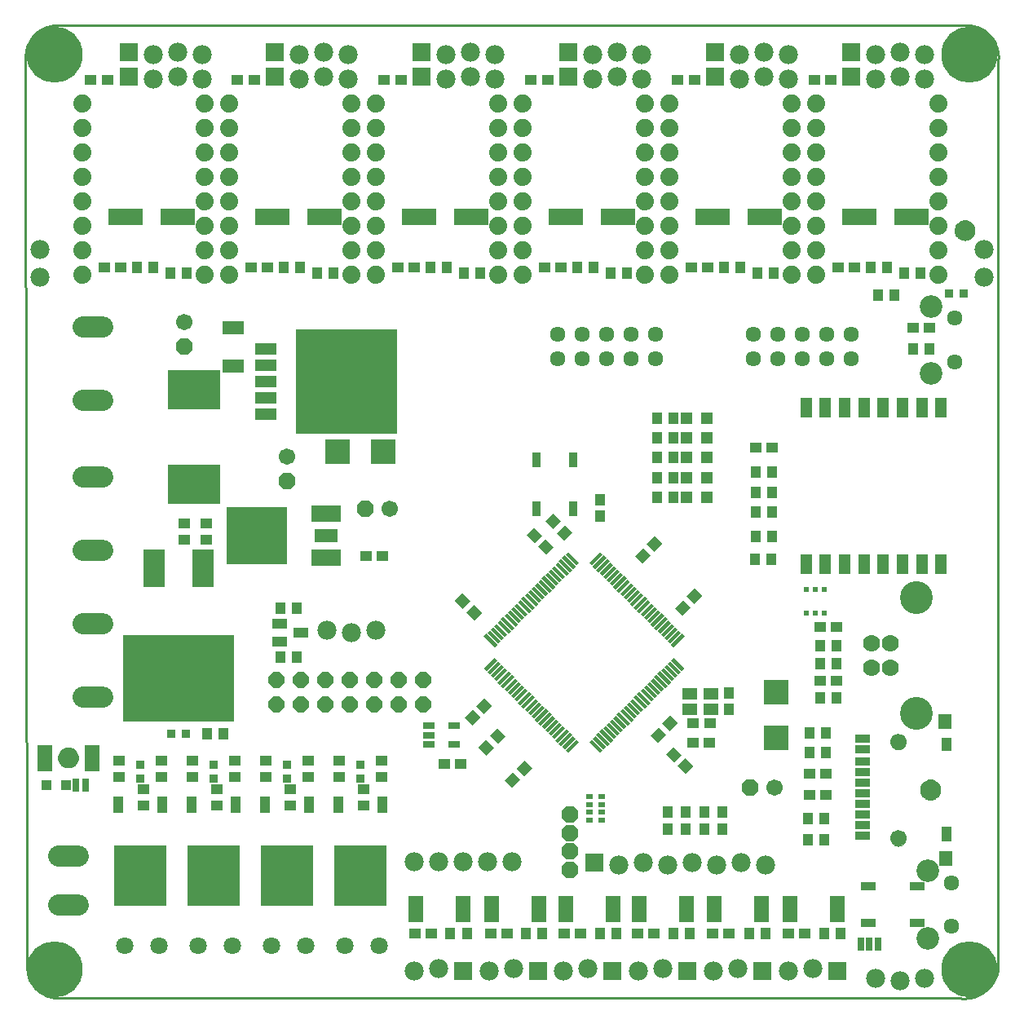
<source format=gts>
G75*
G70*
%OFA0B0*%
%FSLAX24Y24*%
%IPPOS*%
%LPD*%
%AMOC8*
5,1,8,0,0,1.08239X$1,22.5*
%
%ADD10C,0.0100*%
%ADD11R,0.0146X0.0631*%
%ADD12R,0.0631X0.0146*%
%ADD13R,0.0591X0.0512*%
%ADD14R,0.0473X0.0434*%
%ADD15R,0.0434X0.0473*%
%ADD16R,0.0640X0.0340*%
%ADD17R,0.0512X0.0512*%
%ADD18R,0.0340X0.0640*%
%ADD19C,0.0700*%
%ADD20C,0.1340*%
%ADD21R,0.0237X0.0237*%
%ADD22R,0.2481X0.2323*%
%ADD23R,0.1221X0.0670*%
%ADD24OC8,0.0670*%
%ADD25C,0.0670*%
%ADD26C,0.0634*%
%ADD27R,0.0611X0.1064*%
%ADD28R,0.1040X0.1040*%
%ADD29R,0.4138X0.4292*%
%ADD30R,0.0890X0.0460*%
%ADD31R,0.2166X0.1615*%
%ADD32R,0.0867X0.0540*%
%ADD33R,0.0512X0.0827*%
%ADD34C,0.0926*%
%ADD35C,0.0780*%
%ADD36R,0.0355X0.0355*%
%ADD37R,0.0571X0.0631*%
%ADD38R,0.0434X0.0591*%
%ADD39R,0.0434X0.0552*%
%ADD40R,0.0631X0.0335*%
%ADD41C,0.0000*%
%ADD42C,0.0670*%
%ADD43R,0.0780X0.0780*%
%ADD44C,0.0740*%
%ADD45R,0.1418X0.0670*%
%ADD46R,0.0860X0.1540*%
%ADD47R,0.4540X0.3540*%
%ADD48C,0.0865*%
%ADD49C,0.0050*%
%ADD50R,0.2166X0.2481*%
%ADD51R,0.0434X0.0670*%
%ADD52C,0.0709*%
%ADD53R,0.0920X0.0520*%
%ADD54R,0.0906X0.1457*%
%ADD55R,0.0296X0.0237*%
%ADD56R,0.0591X0.0434*%
%ADD57OC8,0.0640*%
%ADD58R,0.0512X0.0257*%
%ADD59R,0.0434X0.0434*%
%ADD60R,0.0290X0.0540*%
%ADD61C,0.2290*%
D10*
X002393Y001821D02*
X002330Y038999D01*
X002331Y038998D02*
X002328Y039067D01*
X002329Y039135D01*
X002334Y039203D01*
X002343Y039271D01*
X002355Y039339D01*
X002371Y039405D01*
X002390Y039471D01*
X002413Y039535D01*
X002440Y039599D01*
X002470Y039660D01*
X002503Y039720D01*
X002539Y039778D01*
X002578Y039834D01*
X002621Y039888D01*
X002666Y039939D01*
X002714Y039988D01*
X002764Y040034D01*
X002817Y040078D01*
X002873Y040118D01*
X002930Y040156D01*
X002989Y040190D01*
X003050Y040221D01*
X003113Y040249D01*
X003177Y040273D01*
X003242Y040294D01*
X003308Y040311D01*
X003375Y040324D01*
X003443Y040334D01*
X003511Y040340D01*
X003511Y040341D02*
X040913Y040341D01*
X040983Y040333D01*
X041052Y040321D01*
X041121Y040306D01*
X041188Y040287D01*
X041255Y040264D01*
X041320Y040238D01*
X041384Y040208D01*
X041446Y040175D01*
X041506Y040138D01*
X041564Y040098D01*
X041619Y040056D01*
X041673Y040010D01*
X041724Y039961D01*
X041772Y039910D01*
X041817Y039856D01*
X041859Y039800D01*
X041898Y039741D01*
X041934Y039681D01*
X041967Y039619D01*
X041996Y039555D01*
X042022Y039489D01*
X042044Y039423D01*
X042062Y039355D01*
X042077Y039286D01*
X042088Y039217D01*
X042095Y039147D01*
X042099Y039077D01*
X042098Y039006D01*
X042094Y038936D01*
X042094Y001759D01*
X042095Y001759D02*
X042081Y001685D01*
X042063Y001613D01*
X042042Y001541D01*
X042016Y001471D01*
X041988Y001402D01*
X041955Y001334D01*
X041919Y001269D01*
X041880Y001205D01*
X041837Y001144D01*
X041792Y001085D01*
X041743Y001028D01*
X041691Y000974D01*
X041637Y000923D01*
X041580Y000874D01*
X041520Y000829D01*
X041459Y000787D01*
X041395Y000748D01*
X041329Y000712D01*
X041261Y000680D01*
X041192Y000652D01*
X041122Y000627D01*
X041050Y000606D01*
X040977Y000589D01*
X040904Y000576D01*
X040829Y000566D01*
X040755Y000561D01*
X040680Y000559D01*
X040605Y000561D01*
X040531Y000567D01*
X040457Y000577D01*
X040456Y000578D02*
X003699Y000578D01*
X003698Y000577D02*
X003629Y000578D01*
X003560Y000581D01*
X003492Y000589D01*
X003424Y000600D01*
X003356Y000615D01*
X003290Y000634D01*
X003224Y000656D01*
X003160Y000682D01*
X003098Y000711D01*
X003037Y000744D01*
X002978Y000779D01*
X002921Y000818D01*
X002866Y000860D01*
X002813Y000905D01*
X002763Y000953D01*
X002716Y001003D01*
X002671Y001056D01*
X002630Y001111D01*
X002591Y001168D01*
X002555Y001227D01*
X002523Y001288D01*
X002494Y001351D01*
X002469Y001415D01*
X002447Y001481D01*
X002429Y001547D01*
X002414Y001615D01*
X002403Y001683D01*
X002396Y001752D01*
X002392Y001821D01*
D11*
G36*
X021611Y015023D02*
X021508Y014920D01*
X021063Y015365D01*
X021166Y015468D01*
X021611Y015023D01*
G37*
G36*
X021750Y015162D02*
X021647Y015059D01*
X021202Y015504D01*
X021305Y015607D01*
X021750Y015162D01*
G37*
G36*
X021889Y015301D02*
X021786Y015198D01*
X021341Y015643D01*
X021444Y015746D01*
X021889Y015301D01*
G37*
G36*
X022028Y015441D02*
X021925Y015338D01*
X021480Y015783D01*
X021583Y015886D01*
X022028Y015441D01*
G37*
G36*
X022168Y015580D02*
X022065Y015477D01*
X021620Y015922D01*
X021723Y016025D01*
X022168Y015580D01*
G37*
G36*
X022307Y015719D02*
X022204Y015616D01*
X021759Y016061D01*
X021862Y016164D01*
X022307Y015719D01*
G37*
G36*
X022446Y015858D02*
X022343Y015755D01*
X021898Y016200D01*
X022001Y016303D01*
X022446Y015858D01*
G37*
G36*
X022585Y015997D02*
X022482Y015894D01*
X022037Y016339D01*
X022140Y016442D01*
X022585Y015997D01*
G37*
G36*
X022724Y016137D02*
X022621Y016034D01*
X022176Y016479D01*
X022279Y016582D01*
X022724Y016137D01*
G37*
G36*
X022864Y016276D02*
X022761Y016173D01*
X022316Y016618D01*
X022419Y016721D01*
X022864Y016276D01*
G37*
G36*
X023003Y016415D02*
X022900Y016312D01*
X022455Y016757D01*
X022558Y016860D01*
X023003Y016415D01*
G37*
G36*
X023142Y016554D02*
X023039Y016451D01*
X022594Y016896D01*
X022697Y016999D01*
X023142Y016554D01*
G37*
G36*
X023281Y016693D02*
X023178Y016590D01*
X022733Y017035D01*
X022836Y017138D01*
X023281Y016693D01*
G37*
G36*
X023420Y016833D02*
X023317Y016730D01*
X022872Y017175D01*
X022975Y017278D01*
X023420Y016833D01*
G37*
G36*
X023560Y016972D02*
X023457Y016869D01*
X023012Y017314D01*
X023115Y017417D01*
X023560Y016972D01*
G37*
G36*
X023699Y017111D02*
X023596Y017008D01*
X023151Y017453D01*
X023254Y017556D01*
X023699Y017111D01*
G37*
G36*
X023838Y017250D02*
X023735Y017147D01*
X023290Y017592D01*
X023393Y017695D01*
X023838Y017250D01*
G37*
G36*
X023977Y017389D02*
X023874Y017286D01*
X023429Y017731D01*
X023532Y017834D01*
X023977Y017389D01*
G37*
G36*
X024116Y017529D02*
X024013Y017426D01*
X023568Y017871D01*
X023671Y017974D01*
X024116Y017529D01*
G37*
G36*
X024255Y017668D02*
X024152Y017565D01*
X023707Y018010D01*
X023810Y018113D01*
X024255Y017668D01*
G37*
G36*
X024395Y017807D02*
X024292Y017704D01*
X023847Y018149D01*
X023950Y018252D01*
X024395Y017807D01*
G37*
G36*
X024534Y017946D02*
X024431Y017843D01*
X023986Y018288D01*
X024089Y018391D01*
X024534Y017946D01*
G37*
G36*
X024673Y018085D02*
X024570Y017982D01*
X024125Y018427D01*
X024228Y018530D01*
X024673Y018085D01*
G37*
G36*
X024812Y018225D02*
X024709Y018122D01*
X024264Y018567D01*
X024367Y018670D01*
X024812Y018225D01*
G37*
G36*
X024951Y018364D02*
X024848Y018261D01*
X024403Y018706D01*
X024506Y018809D01*
X024951Y018364D01*
G37*
G36*
X029266Y014049D02*
X029163Y013946D01*
X028718Y014391D01*
X028821Y014494D01*
X029266Y014049D01*
G37*
G36*
X029127Y013910D02*
X029024Y013807D01*
X028579Y014252D01*
X028682Y014355D01*
X029127Y013910D01*
G37*
G36*
X028988Y013770D02*
X028885Y013667D01*
X028440Y014112D01*
X028543Y014215D01*
X028988Y013770D01*
G37*
G36*
X028849Y013631D02*
X028746Y013528D01*
X028301Y013973D01*
X028404Y014076D01*
X028849Y013631D01*
G37*
G36*
X028710Y013492D02*
X028607Y013389D01*
X028162Y013834D01*
X028265Y013937D01*
X028710Y013492D01*
G37*
G36*
X028571Y013353D02*
X028468Y013250D01*
X028023Y013695D01*
X028126Y013798D01*
X028571Y013353D01*
G37*
G36*
X028431Y013214D02*
X028328Y013111D01*
X027883Y013556D01*
X027986Y013659D01*
X028431Y013214D01*
G37*
G36*
X028292Y013074D02*
X028189Y012971D01*
X027744Y013416D01*
X027847Y013519D01*
X028292Y013074D01*
G37*
G36*
X028153Y012935D02*
X028050Y012832D01*
X027605Y013277D01*
X027708Y013380D01*
X028153Y012935D01*
G37*
G36*
X028014Y012796D02*
X027911Y012693D01*
X027466Y013138D01*
X027569Y013241D01*
X028014Y012796D01*
G37*
G36*
X027875Y012657D02*
X027772Y012554D01*
X027327Y012999D01*
X027430Y013102D01*
X027875Y012657D01*
G37*
G36*
X027735Y012518D02*
X027632Y012415D01*
X027187Y012860D01*
X027290Y012963D01*
X027735Y012518D01*
G37*
G36*
X027596Y012378D02*
X027493Y012275D01*
X027048Y012720D01*
X027151Y012823D01*
X027596Y012378D01*
G37*
G36*
X027457Y012239D02*
X027354Y012136D01*
X026909Y012581D01*
X027012Y012684D01*
X027457Y012239D01*
G37*
G36*
X027318Y012100D02*
X027215Y011997D01*
X026770Y012442D01*
X026873Y012545D01*
X027318Y012100D01*
G37*
G36*
X027179Y011961D02*
X027076Y011858D01*
X026631Y012303D01*
X026734Y012406D01*
X027179Y011961D01*
G37*
G36*
X027039Y011822D02*
X026936Y011719D01*
X026491Y012164D01*
X026594Y012267D01*
X027039Y011822D01*
G37*
G36*
X026900Y011682D02*
X026797Y011579D01*
X026352Y012024D01*
X026455Y012127D01*
X026900Y011682D01*
G37*
G36*
X026761Y011543D02*
X026658Y011440D01*
X026213Y011885D01*
X026316Y011988D01*
X026761Y011543D01*
G37*
G36*
X026622Y011404D02*
X026519Y011301D01*
X026074Y011746D01*
X026177Y011849D01*
X026622Y011404D01*
G37*
G36*
X026483Y011265D02*
X026380Y011162D01*
X025935Y011607D01*
X026038Y011710D01*
X026483Y011265D01*
G37*
G36*
X026343Y011126D02*
X026240Y011023D01*
X025795Y011468D01*
X025898Y011571D01*
X026343Y011126D01*
G37*
G36*
X026204Y010986D02*
X026101Y010883D01*
X025656Y011328D01*
X025759Y011431D01*
X026204Y010986D01*
G37*
G36*
X026065Y010847D02*
X025962Y010744D01*
X025517Y011189D01*
X025620Y011292D01*
X026065Y010847D01*
G37*
G36*
X025926Y010708D02*
X025823Y010605D01*
X025378Y011050D01*
X025481Y011153D01*
X025926Y010708D01*
G37*
D12*
G36*
X024951Y011050D02*
X024506Y010605D01*
X024403Y010708D01*
X024848Y011153D01*
X024951Y011050D01*
G37*
G36*
X024812Y011189D02*
X024367Y010744D01*
X024264Y010847D01*
X024709Y011292D01*
X024812Y011189D01*
G37*
G36*
X024673Y011328D02*
X024228Y010883D01*
X024125Y010986D01*
X024570Y011431D01*
X024673Y011328D01*
G37*
G36*
X024534Y011468D02*
X024089Y011023D01*
X023986Y011126D01*
X024431Y011571D01*
X024534Y011468D01*
G37*
G36*
X024395Y011607D02*
X023950Y011162D01*
X023847Y011265D01*
X024292Y011710D01*
X024395Y011607D01*
G37*
G36*
X024255Y011746D02*
X023810Y011301D01*
X023707Y011404D01*
X024152Y011849D01*
X024255Y011746D01*
G37*
G36*
X024116Y011885D02*
X023671Y011440D01*
X023568Y011543D01*
X024013Y011988D01*
X024116Y011885D01*
G37*
G36*
X023977Y012024D02*
X023532Y011579D01*
X023429Y011682D01*
X023874Y012127D01*
X023977Y012024D01*
G37*
G36*
X023838Y012164D02*
X023393Y011719D01*
X023290Y011822D01*
X023735Y012267D01*
X023838Y012164D01*
G37*
G36*
X023699Y012303D02*
X023254Y011858D01*
X023151Y011961D01*
X023596Y012406D01*
X023699Y012303D01*
G37*
G36*
X023560Y012442D02*
X023115Y011997D01*
X023012Y012100D01*
X023457Y012545D01*
X023560Y012442D01*
G37*
G36*
X023420Y012581D02*
X022975Y012136D01*
X022872Y012239D01*
X023317Y012684D01*
X023420Y012581D01*
G37*
G36*
X023281Y012720D02*
X022836Y012275D01*
X022733Y012378D01*
X023178Y012823D01*
X023281Y012720D01*
G37*
G36*
X023142Y012860D02*
X022697Y012415D01*
X022594Y012518D01*
X023039Y012963D01*
X023142Y012860D01*
G37*
G36*
X023003Y012999D02*
X022558Y012554D01*
X022455Y012657D01*
X022900Y013102D01*
X023003Y012999D01*
G37*
G36*
X022864Y013138D02*
X022419Y012693D01*
X022316Y012796D01*
X022761Y013241D01*
X022864Y013138D01*
G37*
G36*
X022724Y013277D02*
X022279Y012832D01*
X022176Y012935D01*
X022621Y013380D01*
X022724Y013277D01*
G37*
G36*
X022585Y013416D02*
X022140Y012971D01*
X022037Y013074D01*
X022482Y013519D01*
X022585Y013416D01*
G37*
G36*
X022446Y013556D02*
X022001Y013111D01*
X021898Y013214D01*
X022343Y013659D01*
X022446Y013556D01*
G37*
G36*
X022307Y013695D02*
X021862Y013250D01*
X021759Y013353D01*
X022204Y013798D01*
X022307Y013695D01*
G37*
G36*
X022168Y013834D02*
X021723Y013389D01*
X021620Y013492D01*
X022065Y013937D01*
X022168Y013834D01*
G37*
G36*
X022028Y013973D02*
X021583Y013528D01*
X021480Y013631D01*
X021925Y014076D01*
X022028Y013973D01*
G37*
G36*
X021889Y014112D02*
X021444Y013667D01*
X021341Y013770D01*
X021786Y014215D01*
X021889Y014112D01*
G37*
G36*
X021750Y014252D02*
X021305Y013807D01*
X021202Y013910D01*
X021647Y014355D01*
X021750Y014252D01*
G37*
G36*
X021611Y014391D02*
X021166Y013946D01*
X021063Y014049D01*
X021508Y014494D01*
X021611Y014391D01*
G37*
G36*
X025926Y018706D02*
X025481Y018261D01*
X025378Y018364D01*
X025823Y018809D01*
X025926Y018706D01*
G37*
G36*
X026065Y018567D02*
X025620Y018122D01*
X025517Y018225D01*
X025962Y018670D01*
X026065Y018567D01*
G37*
G36*
X026204Y018427D02*
X025759Y017982D01*
X025656Y018085D01*
X026101Y018530D01*
X026204Y018427D01*
G37*
G36*
X026343Y018288D02*
X025898Y017843D01*
X025795Y017946D01*
X026240Y018391D01*
X026343Y018288D01*
G37*
G36*
X026483Y018149D02*
X026038Y017704D01*
X025935Y017807D01*
X026380Y018252D01*
X026483Y018149D01*
G37*
G36*
X026622Y018010D02*
X026177Y017565D01*
X026074Y017668D01*
X026519Y018113D01*
X026622Y018010D01*
G37*
G36*
X026761Y017871D02*
X026316Y017426D01*
X026213Y017529D01*
X026658Y017974D01*
X026761Y017871D01*
G37*
G36*
X026900Y017731D02*
X026455Y017286D01*
X026352Y017389D01*
X026797Y017834D01*
X026900Y017731D01*
G37*
G36*
X027039Y017592D02*
X026594Y017147D01*
X026491Y017250D01*
X026936Y017695D01*
X027039Y017592D01*
G37*
G36*
X027179Y017453D02*
X026734Y017008D01*
X026631Y017111D01*
X027076Y017556D01*
X027179Y017453D01*
G37*
G36*
X027318Y017314D02*
X026873Y016869D01*
X026770Y016972D01*
X027215Y017417D01*
X027318Y017314D01*
G37*
G36*
X027457Y017175D02*
X027012Y016730D01*
X026909Y016833D01*
X027354Y017278D01*
X027457Y017175D01*
G37*
G36*
X027596Y017035D02*
X027151Y016590D01*
X027048Y016693D01*
X027493Y017138D01*
X027596Y017035D01*
G37*
G36*
X027735Y016896D02*
X027290Y016451D01*
X027187Y016554D01*
X027632Y016999D01*
X027735Y016896D01*
G37*
G36*
X027875Y016757D02*
X027430Y016312D01*
X027327Y016415D01*
X027772Y016860D01*
X027875Y016757D01*
G37*
G36*
X028014Y016618D02*
X027569Y016173D01*
X027466Y016276D01*
X027911Y016721D01*
X028014Y016618D01*
G37*
G36*
X028153Y016479D02*
X027708Y016034D01*
X027605Y016137D01*
X028050Y016582D01*
X028153Y016479D01*
G37*
G36*
X028292Y016339D02*
X027847Y015894D01*
X027744Y015997D01*
X028189Y016442D01*
X028292Y016339D01*
G37*
G36*
X028431Y016200D02*
X027986Y015755D01*
X027883Y015858D01*
X028328Y016303D01*
X028431Y016200D01*
G37*
G36*
X028571Y016061D02*
X028126Y015616D01*
X028023Y015719D01*
X028468Y016164D01*
X028571Y016061D01*
G37*
G36*
X028710Y015922D02*
X028265Y015477D01*
X028162Y015580D01*
X028607Y016025D01*
X028710Y015922D01*
G37*
G36*
X028849Y015783D02*
X028404Y015338D01*
X028301Y015441D01*
X028746Y015886D01*
X028849Y015783D01*
G37*
G36*
X028988Y015643D02*
X028543Y015198D01*
X028440Y015301D01*
X028885Y015746D01*
X028988Y015643D01*
G37*
G36*
X029127Y015504D02*
X028682Y015059D01*
X028579Y015162D01*
X029024Y015607D01*
X029127Y015504D01*
G37*
G36*
X029266Y015365D02*
X028821Y014920D01*
X028718Y015023D01*
X029163Y015468D01*
X029266Y015365D01*
G37*
D13*
X029482Y013022D03*
X029482Y012392D03*
X030348Y012392D03*
X030348Y013022D03*
D14*
X030299Y011807D03*
X030296Y011011D03*
X029626Y011011D03*
X029630Y011807D03*
G36*
X028980Y011823D02*
X028647Y011490D01*
X028340Y011797D01*
X028673Y012130D01*
X028980Y011823D01*
G37*
G36*
X028506Y011349D02*
X028173Y011016D01*
X027866Y011323D01*
X028199Y011656D01*
X028506Y011349D01*
G37*
G36*
X028854Y010219D02*
X028521Y010552D01*
X028828Y010859D01*
X029161Y010526D01*
X028854Y010219D01*
G37*
G36*
X029327Y009746D02*
X028994Y010079D01*
X029301Y010386D01*
X029634Y010053D01*
X029327Y009746D01*
G37*
X034392Y009759D03*
X035062Y009759D03*
X035049Y008871D03*
X034379Y008871D03*
X034807Y013536D03*
X035476Y013536D03*
X035496Y015735D03*
X034826Y015735D03*
G36*
X029978Y017022D02*
X029645Y016689D01*
X029338Y016996D01*
X029671Y017329D01*
X029978Y017022D01*
G37*
G36*
X029505Y016549D02*
X029172Y016216D01*
X028865Y016523D01*
X029198Y016856D01*
X029505Y016549D01*
G37*
G36*
X027233Y018657D02*
X027566Y018990D01*
X027873Y018683D01*
X027540Y018350D01*
X027233Y018657D01*
G37*
G36*
X027706Y019131D02*
X028039Y019464D01*
X028346Y019157D01*
X028013Y018824D01*
X027706Y019131D01*
G37*
G36*
X023606Y018706D02*
X023273Y019039D01*
X023580Y019346D01*
X023913Y019013D01*
X023606Y018706D01*
G37*
G36*
X023133Y019179D02*
X022800Y019512D01*
X023107Y019819D01*
X023440Y019486D01*
X023133Y019179D01*
G37*
G36*
X020669Y016656D02*
X021002Y016323D01*
X020695Y016016D01*
X020362Y016349D01*
X020669Y016656D01*
G37*
G36*
X020196Y017129D02*
X020529Y016796D01*
X020222Y016489D01*
X019889Y016822D01*
X020196Y017129D01*
G37*
X016920Y018658D03*
X016251Y018658D03*
X009705Y019305D03*
X009705Y019975D03*
X008830Y019975D03*
X008830Y019305D03*
X009143Y010287D03*
X009143Y009618D03*
X010143Y009100D03*
X010143Y008430D03*
X010893Y009618D03*
X010893Y010287D03*
X012143Y010287D03*
X012143Y009618D03*
X013143Y009100D03*
X013143Y008430D03*
X013893Y009618D03*
X013893Y010287D03*
X015143Y010287D03*
X015143Y009618D03*
X016143Y009100D03*
X016143Y008430D03*
X016893Y009618D03*
X016893Y010287D03*
X019433Y010140D03*
X020102Y010140D03*
G36*
X020269Y012029D02*
X020602Y012362D01*
X020909Y012055D01*
X020576Y011722D01*
X020269Y012029D01*
G37*
G36*
X020742Y012502D02*
X021075Y012835D01*
X021382Y012528D01*
X021049Y012195D01*
X020742Y012502D01*
G37*
G36*
X022393Y009960D02*
X022726Y010293D01*
X023033Y009986D01*
X022700Y009653D01*
X022393Y009960D01*
G37*
G36*
X021920Y009487D02*
X022253Y009820D01*
X022560Y009513D01*
X022227Y009180D01*
X021920Y009487D01*
G37*
X022006Y003199D03*
X021336Y003199D03*
X018913Y003199D03*
X018244Y003199D03*
X024335Y003199D03*
X025004Y003199D03*
X027342Y003199D03*
X028011Y003199D03*
X030413Y003199D03*
X031082Y003199D03*
X033510Y003199D03*
X034179Y003199D03*
X032858Y023094D03*
X032188Y023094D03*
X038620Y027969D03*
X039290Y027969D03*
X036227Y030453D03*
X035558Y030453D03*
X030227Y030453D03*
X029558Y030453D03*
X024227Y030453D03*
X023558Y030453D03*
X018227Y030453D03*
X017558Y030453D03*
X012227Y030453D03*
X011558Y030453D03*
X006227Y030453D03*
X005558Y030453D03*
X005665Y038109D03*
X004995Y038109D03*
X010995Y038109D03*
X011665Y038109D03*
X016995Y038109D03*
X017665Y038109D03*
X022995Y038109D03*
X023665Y038109D03*
X028995Y038109D03*
X029665Y038109D03*
X034589Y038109D03*
X035258Y038109D03*
X007893Y010287D03*
X007893Y009618D03*
X007143Y009100D03*
X007143Y008430D03*
X006143Y009618D03*
X006143Y010287D03*
D15*
X009745Y011390D03*
X010415Y011390D03*
X012745Y014515D03*
X013415Y014515D03*
X013415Y016515D03*
X012745Y016515D03*
G36*
X021476Y010797D02*
X021169Y010490D01*
X020836Y010823D01*
X021143Y011130D01*
X021476Y010797D01*
G37*
G36*
X021949Y011270D02*
X021642Y010963D01*
X021309Y011296D01*
X021616Y011603D01*
X021949Y011270D01*
G37*
X028580Y008162D03*
X028580Y007493D03*
X029330Y007493D03*
X030080Y007493D03*
X030080Y008162D03*
X029330Y008162D03*
X030830Y008162D03*
X030830Y007493D03*
X034324Y007915D03*
X034993Y007915D03*
X034992Y007032D03*
X034323Y007032D03*
X034386Y010602D03*
X035055Y010602D03*
X035055Y011420D03*
X034386Y011420D03*
X034807Y012832D03*
X035476Y012832D03*
X035476Y014239D03*
X034807Y014239D03*
X034807Y014983D03*
X035476Y014983D03*
X032818Y018512D03*
X032149Y018512D03*
X032169Y019437D03*
X032838Y019437D03*
X032838Y020441D03*
X032169Y020441D03*
X032173Y021259D03*
X032843Y021259D03*
X032858Y022072D03*
X032188Y022072D03*
X028821Y021852D03*
X028152Y021852D03*
X028152Y022664D03*
X028821Y022664D03*
X028821Y023471D03*
X028152Y023471D03*
X028151Y024276D03*
X028820Y024276D03*
X028821Y021033D03*
X028152Y021033D03*
X025803Y020944D03*
X025803Y020275D03*
G36*
X024378Y019922D02*
X024685Y019615D01*
X024352Y019282D01*
X024045Y019589D01*
X024378Y019922D01*
G37*
G36*
X023905Y020395D02*
X024212Y020088D01*
X023879Y019755D01*
X023572Y020062D01*
X023905Y020395D01*
G37*
X031065Y013042D03*
X031065Y012372D03*
X031899Y003199D03*
X032569Y003199D03*
X034987Y003199D03*
X035656Y003199D03*
X029490Y003199D03*
X028821Y003199D03*
X026490Y003199D03*
X025821Y003199D03*
X023459Y003199D03*
X022790Y003199D03*
X020365Y003199D03*
X019696Y003199D03*
X038625Y027097D03*
X039295Y027097D03*
X037852Y029296D03*
X037183Y029296D03*
X036870Y030453D03*
X037540Y030453D03*
X038245Y030203D03*
X038915Y030203D03*
X032915Y030203D03*
X032245Y030203D03*
X031540Y030453D03*
X030870Y030453D03*
X026915Y030203D03*
X026245Y030203D03*
X025540Y030453D03*
X024870Y030453D03*
X020915Y030203D03*
X020245Y030203D03*
X019540Y030453D03*
X018870Y030453D03*
X014915Y030203D03*
X014245Y030203D03*
X013540Y030453D03*
X012870Y030453D03*
X008915Y030203D03*
X008245Y030203D03*
X007540Y030453D03*
X006870Y030453D03*
D16*
X036779Y005151D03*
X036779Y003651D03*
X038779Y003651D03*
X038779Y005151D03*
D17*
X030175Y021033D03*
X029348Y021033D03*
X029348Y021852D03*
X030175Y021852D03*
X030175Y022664D03*
X029348Y022664D03*
X029348Y023471D03*
X030175Y023471D03*
X030178Y024276D03*
X029352Y024276D03*
D18*
X024698Y022562D03*
X023198Y022562D03*
X023198Y020562D03*
X024698Y020562D03*
D19*
X036913Y015063D03*
X037693Y015063D03*
X037693Y014079D03*
X036913Y014079D03*
D20*
X038763Y012201D03*
X038763Y016941D03*
D21*
X034995Y017264D03*
X034621Y017264D03*
X034247Y017264D03*
X034247Y016319D03*
X034621Y016319D03*
X034995Y016319D03*
D22*
X011795Y019473D03*
D23*
X014622Y018576D03*
X014622Y020371D03*
D24*
X013026Y021727D03*
X016205Y020595D03*
X008798Y027223D03*
X024580Y008078D03*
X024580Y007328D03*
X024580Y006578D03*
X024580Y005828D03*
X031950Y009165D03*
D25*
X032950Y009165D03*
X017205Y020595D03*
X013026Y022727D03*
X008798Y028223D03*
D26*
X024080Y027703D03*
X025080Y027703D03*
X026080Y027703D03*
X026080Y026703D03*
X025080Y026703D03*
X024080Y026703D03*
X027080Y026703D03*
X027080Y027703D03*
X028080Y027703D03*
X028080Y026703D03*
X032080Y026703D03*
X032080Y027703D03*
X033080Y027703D03*
X034080Y027703D03*
X034080Y026703D03*
X033080Y026703D03*
X035080Y026703D03*
X035080Y027703D03*
X036080Y027703D03*
X036080Y026703D03*
X040322Y026593D03*
X040322Y028364D03*
X040197Y005286D03*
X040197Y003514D03*
D27*
X035499Y004197D03*
X033574Y004197D03*
X032411Y004197D03*
X030486Y004197D03*
X029339Y004197D03*
X027414Y004197D03*
X026332Y004197D03*
X024407Y004197D03*
X023302Y004197D03*
X021377Y004197D03*
X020210Y004197D03*
X018285Y004197D03*
X005043Y010390D03*
X003117Y010390D03*
D28*
X015084Y022910D03*
X016934Y022910D03*
X032999Y013073D03*
X032999Y011223D03*
D29*
X015444Y025782D03*
D30*
X012164Y025782D03*
X012164Y026452D03*
X012164Y027122D03*
X012164Y025112D03*
X012164Y024442D03*
D31*
X009202Y025444D03*
X009202Y021585D03*
D32*
X010830Y026423D03*
X010830Y027982D03*
D33*
X034241Y024697D03*
X035029Y024697D03*
X035816Y024697D03*
X036604Y024697D03*
X037391Y024697D03*
X038178Y024697D03*
X038966Y024697D03*
X039753Y024697D03*
X039753Y018319D03*
X038966Y018319D03*
X038178Y018319D03*
X037391Y018319D03*
X036604Y018319D03*
X035816Y018319D03*
X035029Y018319D03*
X034241Y018319D03*
D34*
X039338Y026101D03*
X039338Y028857D03*
X039213Y005778D03*
X039213Y003022D03*
D35*
X039080Y001378D03*
X038080Y001278D03*
X037080Y001378D03*
X034517Y001784D03*
X033517Y001684D03*
X031454Y001784D03*
X030454Y001684D03*
X028393Y001784D03*
X027393Y001684D03*
X025329Y001784D03*
X024329Y001684D03*
X022267Y001784D03*
X021267Y001684D03*
X019204Y001784D03*
X018204Y001684D03*
X018208Y006150D03*
X019208Y006150D03*
X020208Y006150D03*
X021208Y006150D03*
X022208Y006150D03*
X026580Y006028D03*
X027580Y006128D03*
X028580Y006028D03*
X029580Y006128D03*
X030580Y006028D03*
X031580Y006128D03*
X032580Y006028D03*
X016643Y015628D03*
X015643Y015528D03*
X014643Y015628D03*
X002924Y030039D03*
X002924Y031179D03*
X007536Y038153D03*
X007536Y039153D03*
X008536Y039253D03*
X009536Y039153D03*
X009536Y038153D03*
X008536Y038253D03*
X013518Y038153D03*
X014518Y038253D03*
X015518Y038153D03*
X015518Y039153D03*
X014518Y039253D03*
X013518Y039153D03*
X019518Y039153D03*
X019518Y038153D03*
X020518Y038253D03*
X021518Y038153D03*
X021518Y039153D03*
X020518Y039253D03*
X025518Y039153D03*
X026518Y039253D03*
X027518Y039153D03*
X027518Y038153D03*
X026518Y038253D03*
X025518Y038153D03*
X031518Y038153D03*
X032518Y038253D03*
X033518Y038153D03*
X033518Y039153D03*
X032518Y039253D03*
X031518Y039153D03*
X037080Y039153D03*
X038080Y039253D03*
X038080Y038253D03*
X037080Y038153D03*
X039080Y038153D03*
X039080Y039153D03*
X041518Y031179D03*
X041518Y030039D03*
D36*
X040688Y029390D03*
X040097Y029390D03*
X016018Y010123D03*
X016018Y009532D03*
X013018Y009532D03*
X013018Y010123D03*
X010018Y010123D03*
X010018Y009532D03*
X008875Y011390D03*
X008285Y011390D03*
X007018Y010123D03*
X007018Y009532D03*
D37*
X039928Y011862D03*
X039948Y006292D03*
D38*
X039987Y007286D03*
D39*
X039987Y010957D03*
D40*
X036533Y011173D03*
X036533Y010740D03*
X036533Y010229D03*
X036533Y009796D03*
X036533Y009362D03*
X036533Y008929D03*
X036533Y008496D03*
X036533Y008063D03*
X036533Y007630D03*
X036533Y007197D03*
D41*
X037684Y007109D02*
X037686Y007144D01*
X037692Y007179D01*
X037702Y007213D01*
X037715Y007246D01*
X037732Y007277D01*
X037753Y007305D01*
X037776Y007332D01*
X037803Y007355D01*
X037831Y007376D01*
X037862Y007393D01*
X037895Y007406D01*
X037929Y007416D01*
X037964Y007422D01*
X037999Y007424D01*
X038034Y007422D01*
X038069Y007416D01*
X038103Y007406D01*
X038136Y007393D01*
X038167Y007376D01*
X038195Y007355D01*
X038222Y007332D01*
X038245Y007305D01*
X038266Y007277D01*
X038283Y007246D01*
X038296Y007213D01*
X038306Y007179D01*
X038312Y007144D01*
X038314Y007109D01*
X038312Y007074D01*
X038306Y007039D01*
X038296Y007005D01*
X038283Y006972D01*
X038266Y006941D01*
X038245Y006913D01*
X038222Y006886D01*
X038195Y006863D01*
X038167Y006842D01*
X038136Y006825D01*
X038103Y006812D01*
X038069Y006802D01*
X038034Y006796D01*
X037999Y006794D01*
X037964Y006796D01*
X037929Y006802D01*
X037895Y006812D01*
X037862Y006825D01*
X037831Y006842D01*
X037803Y006863D01*
X037776Y006886D01*
X037753Y006913D01*
X037732Y006941D01*
X037715Y006972D01*
X037702Y007005D01*
X037692Y007039D01*
X037686Y007074D01*
X037684Y007109D01*
X037684Y011046D02*
X037686Y011081D01*
X037692Y011116D01*
X037702Y011150D01*
X037715Y011183D01*
X037732Y011214D01*
X037753Y011242D01*
X037776Y011269D01*
X037803Y011292D01*
X037831Y011313D01*
X037862Y011330D01*
X037895Y011343D01*
X037929Y011353D01*
X037964Y011359D01*
X037999Y011361D01*
X038034Y011359D01*
X038069Y011353D01*
X038103Y011343D01*
X038136Y011330D01*
X038167Y011313D01*
X038195Y011292D01*
X038222Y011269D01*
X038245Y011242D01*
X038266Y011214D01*
X038283Y011183D01*
X038296Y011150D01*
X038306Y011116D01*
X038312Y011081D01*
X038314Y011046D01*
X038312Y011011D01*
X038306Y010976D01*
X038296Y010942D01*
X038283Y010909D01*
X038266Y010878D01*
X038245Y010850D01*
X038222Y010823D01*
X038195Y010800D01*
X038167Y010779D01*
X038136Y010762D01*
X038103Y010749D01*
X038069Y010739D01*
X038034Y010733D01*
X037999Y010731D01*
X037964Y010733D01*
X037929Y010739D01*
X037895Y010749D01*
X037862Y010762D01*
X037831Y010779D01*
X037803Y010800D01*
X037776Y010823D01*
X037753Y010850D01*
X037732Y010878D01*
X037715Y010909D01*
X037702Y010942D01*
X037692Y010976D01*
X037686Y011011D01*
X037684Y011046D01*
D42*
X037999Y011046D03*
X037999Y007109D03*
D43*
X035517Y001684D03*
X032454Y001684D03*
X029393Y001684D03*
X026329Y001684D03*
X023267Y001684D03*
X020204Y001684D03*
X025580Y006128D03*
X024518Y038253D03*
X024518Y039253D03*
X030518Y039253D03*
X030518Y038253D03*
X036080Y038253D03*
X036080Y039253D03*
X018518Y039253D03*
X018518Y038253D03*
X012518Y038253D03*
X012518Y039253D03*
X006536Y039253D03*
X006536Y038253D03*
D44*
X004661Y037159D03*
X004661Y036159D03*
X004661Y035159D03*
X004661Y034159D03*
X004661Y033159D03*
X004661Y032159D03*
X004661Y031159D03*
X004661Y030159D03*
X009661Y030159D03*
X009661Y031159D03*
X009661Y032159D03*
X010658Y032159D03*
X010658Y031159D03*
X010658Y030159D03*
X010658Y033159D03*
X010658Y034159D03*
X009661Y034159D03*
X009661Y033159D03*
X009661Y035159D03*
X009661Y036159D03*
X010658Y036159D03*
X010658Y035159D03*
X010658Y037159D03*
X009661Y037159D03*
X015658Y037159D03*
X016658Y037159D03*
X016658Y036159D03*
X015658Y036159D03*
X015658Y035159D03*
X016658Y035159D03*
X016658Y034159D03*
X015658Y034159D03*
X015658Y033159D03*
X016658Y033159D03*
X016658Y032159D03*
X015658Y032159D03*
X015658Y031159D03*
X016658Y031159D03*
X016658Y030159D03*
X015658Y030159D03*
X021658Y030159D03*
X021658Y031159D03*
X021658Y032159D03*
X021658Y033159D03*
X021658Y034159D03*
X021658Y035159D03*
X021658Y036159D03*
X021658Y037159D03*
X022658Y037159D03*
X022658Y036159D03*
X022658Y035159D03*
X022658Y034159D03*
X022658Y033159D03*
X022658Y032159D03*
X022658Y031159D03*
X022658Y030159D03*
X027658Y030159D03*
X027658Y031159D03*
X027658Y032159D03*
X028658Y032159D03*
X028658Y031159D03*
X028658Y030159D03*
X028658Y033159D03*
X028658Y034159D03*
X027658Y034159D03*
X027658Y033159D03*
X027658Y035159D03*
X027658Y036159D03*
X028658Y036159D03*
X028658Y035159D03*
X028658Y037159D03*
X027658Y037159D03*
X033658Y037159D03*
X034658Y037159D03*
X034658Y036159D03*
X034658Y035159D03*
X033658Y035159D03*
X033658Y036159D03*
X033658Y034159D03*
X033658Y033159D03*
X034658Y033159D03*
X034658Y034159D03*
X034658Y032159D03*
X034658Y031159D03*
X034658Y030159D03*
X033658Y030159D03*
X033658Y031159D03*
X033658Y032159D03*
X039658Y032159D03*
X039658Y031159D03*
X039658Y030159D03*
X039658Y033159D03*
X039658Y034159D03*
X039658Y035159D03*
X039658Y036159D03*
X039658Y037159D03*
D45*
X038549Y032515D03*
X036423Y032515D03*
X032549Y032515D03*
X030423Y032515D03*
X026549Y032515D03*
X024423Y032515D03*
X020549Y032515D03*
X018423Y032515D03*
X014549Y032515D03*
X012423Y032515D03*
X008549Y032515D03*
X006423Y032515D03*
D46*
X007580Y018140D03*
X009580Y018140D03*
D47*
X008580Y013640D03*
D48*
X005493Y012890D02*
X004668Y012890D01*
X004668Y015890D02*
X005493Y015890D01*
X005493Y018890D02*
X004668Y018890D01*
X004668Y021890D02*
X005493Y021890D01*
X005493Y025015D02*
X004668Y025015D01*
X004668Y028015D02*
X005493Y028015D01*
X004493Y006390D02*
X003668Y006390D01*
X003668Y004390D02*
X004493Y004390D01*
D49*
X004080Y009996D02*
X004148Y010002D01*
X004215Y010020D01*
X004277Y010049D01*
X004333Y010088D01*
X004382Y010137D01*
X004421Y010193D01*
X004450Y010255D01*
X004468Y010322D01*
X004474Y010390D01*
X004468Y010458D01*
X004450Y010525D01*
X004421Y010587D01*
X004382Y010643D01*
X004333Y010692D01*
X004277Y010731D01*
X004215Y010760D01*
X004148Y010778D01*
X004080Y010784D01*
X004012Y010778D01*
X003945Y010760D01*
X003883Y010731D01*
X003827Y010692D01*
X003778Y010643D01*
X003739Y010587D01*
X003710Y010525D01*
X003692Y010458D01*
X003686Y010390D01*
X003692Y010322D01*
X003710Y010255D01*
X003739Y010193D01*
X003778Y010137D01*
X003827Y010088D01*
X003883Y010049D01*
X003945Y010020D01*
X004012Y010002D01*
X004080Y009996D01*
X003913Y010035D02*
X004247Y010035D01*
X004326Y010084D02*
X003834Y010084D01*
X003783Y010132D02*
X004377Y010132D01*
X004412Y010181D02*
X003748Y010181D01*
X003722Y010229D02*
X004438Y010229D01*
X004456Y010278D02*
X003704Y010278D01*
X003692Y010326D02*
X004468Y010326D01*
X004472Y010375D02*
X003688Y010375D01*
X003689Y010423D02*
X004471Y010423D01*
X004464Y010472D02*
X003696Y010472D01*
X003709Y010520D02*
X004451Y010520D01*
X004429Y010569D02*
X003731Y010569D01*
X003760Y010617D02*
X004400Y010617D01*
X004359Y010666D02*
X003801Y010666D01*
X003859Y010714D02*
X004301Y010714D01*
X004205Y010763D02*
X003955Y010763D01*
X038936Y009078D02*
X038942Y009146D01*
X038960Y009212D01*
X038989Y009274D01*
X039028Y009331D01*
X039077Y009379D01*
X039133Y009418D01*
X039195Y009447D01*
X039262Y009465D01*
X039330Y009471D01*
X039398Y009465D01*
X039465Y009447D01*
X039527Y009418D01*
X039583Y009379D01*
X039632Y009331D01*
X039671Y009274D01*
X039700Y009212D01*
X039718Y009146D01*
X039724Y009078D01*
X039718Y009009D01*
X039700Y008943D01*
X039671Y008881D01*
X039632Y008824D01*
X039583Y008776D01*
X039527Y008737D01*
X039465Y008708D01*
X039398Y008690D01*
X039330Y008684D01*
X039262Y008690D01*
X039195Y008708D01*
X039133Y008737D01*
X039077Y008776D01*
X039028Y008824D01*
X038989Y008881D01*
X038960Y008943D01*
X038942Y009009D01*
X038936Y009078D01*
X038937Y009065D02*
X039723Y009065D01*
X039721Y009114D02*
X038939Y009114D01*
X038947Y009162D02*
X039713Y009162D01*
X039700Y009211D02*
X038960Y009211D01*
X038982Y009259D02*
X039678Y009259D01*
X039648Y009308D02*
X039012Y009308D01*
X039054Y009356D02*
X039606Y009356D01*
X039547Y009405D02*
X039113Y009405D01*
X039216Y009453D02*
X039444Y009453D01*
X039718Y009017D02*
X038942Y009017D01*
X038953Y008968D02*
X039707Y008968D01*
X039689Y008920D02*
X038971Y008920D01*
X038996Y008871D02*
X039664Y008871D01*
X039630Y008823D02*
X039030Y008823D01*
X039080Y008774D02*
X039580Y008774D01*
X039503Y008726D02*
X039157Y008726D01*
X040736Y031559D02*
X040805Y031565D01*
X040871Y031583D01*
X040933Y031612D01*
X040989Y031651D01*
X041038Y031699D01*
X041077Y031756D01*
X041106Y031818D01*
X041124Y031884D01*
X041130Y031953D01*
X041124Y032021D01*
X041106Y032087D01*
X041077Y032149D01*
X041038Y032206D01*
X040989Y032254D01*
X040933Y032293D01*
X040871Y032322D01*
X040805Y032340D01*
X040736Y032346D01*
X040668Y032340D01*
X040602Y032322D01*
X040539Y032293D01*
X040483Y032254D01*
X040435Y032206D01*
X040395Y032149D01*
X040366Y032087D01*
X040349Y032021D01*
X040343Y031953D01*
X040349Y031884D01*
X040366Y031818D01*
X040395Y031756D01*
X040435Y031699D01*
X040483Y031651D01*
X040539Y031612D01*
X040602Y031583D01*
X040668Y031565D01*
X040736Y031559D01*
X040652Y031569D02*
X040821Y031569D01*
X040942Y031618D02*
X040531Y031618D01*
X040468Y031666D02*
X041005Y031666D01*
X041049Y031715D02*
X040424Y031715D01*
X040392Y031763D02*
X041081Y031763D01*
X041103Y031812D02*
X040369Y031812D01*
X040355Y031860D02*
X041118Y031860D01*
X041126Y031909D02*
X040346Y031909D01*
X040343Y031957D02*
X041130Y031957D01*
X041125Y032006D02*
X040347Y032006D01*
X040357Y032054D02*
X041115Y032054D01*
X041099Y032103D02*
X040374Y032103D01*
X040397Y032151D02*
X041076Y032151D01*
X041042Y032200D02*
X040431Y032200D01*
X040477Y032248D02*
X040995Y032248D01*
X040926Y032297D02*
X040546Y032297D01*
X040724Y032345D02*
X040748Y032345D01*
D50*
X016018Y005593D03*
X013018Y005593D03*
X010018Y005593D03*
X007018Y005593D03*
D51*
X007915Y008467D03*
X009120Y008467D03*
X010915Y008467D03*
X012120Y008467D03*
X013915Y008467D03*
X015120Y008467D03*
X016915Y008467D03*
X006120Y008467D03*
D52*
X006391Y002726D03*
X007769Y002726D03*
X009391Y002726D03*
X010769Y002726D03*
X012391Y002726D03*
X013769Y002726D03*
X015391Y002726D03*
X016769Y002726D03*
D53*
X014613Y018574D03*
X014613Y019484D03*
X014613Y020394D03*
D54*
X012172Y019484D03*
D55*
X025396Y008800D03*
X025396Y008485D03*
X025396Y008170D03*
X025396Y007855D03*
X025889Y007855D03*
X025889Y008170D03*
X025889Y008485D03*
X025889Y008800D03*
D56*
X013576Y015515D03*
X012709Y015141D03*
X012709Y015889D03*
D57*
X012580Y013578D03*
X013580Y013578D03*
X014580Y013578D03*
X015580Y013578D03*
X016580Y013578D03*
X017580Y013578D03*
X018580Y013578D03*
X018580Y012578D03*
X017580Y012578D03*
X016580Y012578D03*
X015580Y012578D03*
X014580Y012578D03*
X013580Y012578D03*
X012580Y012578D03*
D58*
X018818Y011702D03*
X018818Y011328D03*
X018818Y010953D03*
X019842Y010953D03*
X019842Y011702D03*
D59*
X003974Y009265D03*
X003186Y009265D03*
D60*
X004380Y009265D03*
X004780Y009265D03*
X036480Y002765D03*
X036830Y002765D03*
X037180Y002765D03*
D61*
X040913Y001759D03*
X003511Y001759D03*
X003511Y039160D03*
X040913Y039160D03*
M02*

</source>
